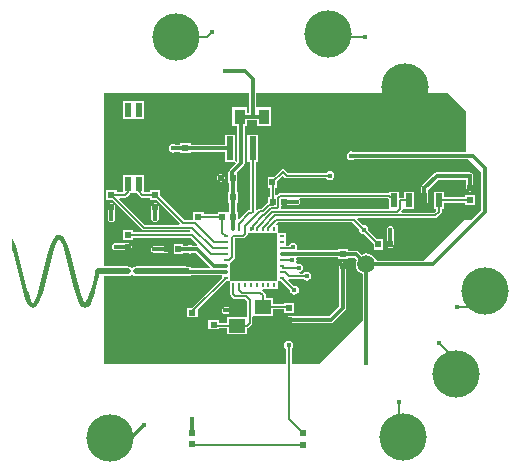
<source format=gtl>
%FSLAX44Y44*%
%MOMM*%
G71*
G01*
G75*
G04 Layer_Physical_Order=1*
G04 Layer_Color=255*
%ADD10R,0.6000X0.5000*%
%ADD11R,0.5000X0.6000*%
%ADD12R,0.5000X0.5000*%
%ADD13R,1.4000X1.2000*%
%ADD14R,0.2500X0.5000*%
%ADD15C,1.5000*%
%ADD16R,0.2500X0.4000*%
%ADD17R,0.4000X0.2500*%
%ADD18R,3.2000X3.2000*%
%ADD19R,0.5590X1.1940*%
%ADD20R,0.9000X1.3000*%
%ADD21R,0.6000X1.2000*%
%ADD22R,0.6000X2.0000*%
%ADD23C,4.0000*%
%ADD24C,0.2000*%
%ADD25C,0.1500*%
%ADD26C,0.3000*%
%ADD27C,0.5000*%
%ADD28C,0.4500*%
G36*
X-129562Y-12660D02*
X-129827Y-12262D01*
X-129816Y-12215D01*
X-129562Y-12660D01*
D02*
G37*
G36*
X-161286Y17473D02*
X-161326Y17511D01*
X-161782Y18101D01*
X-161286Y17473D01*
D02*
G37*
G36*
X-166881Y18615D02*
X-167594Y18258D01*
X-166866Y18627D01*
X-166881Y18615D01*
D02*
G37*
G36*
X20070Y14750D02*
Y9750D01*
Y4750D01*
Y-250D01*
Y-5250D01*
Y-10250D01*
Y-15250D01*
Y-20070D01*
X-20070D01*
Y-15250D01*
Y-10250D01*
Y-5250D01*
Y-4659D01*
X-19872Y-4619D01*
X-19128Y-4122D01*
X-16628Y-1622D01*
X-16131Y-878D01*
X-15956Y-0D01*
Y15956D01*
X-8750D01*
X-7872Y16131D01*
X-7128Y16628D01*
X-5878Y17878D01*
X-5381Y18622D01*
X-5206Y19500D01*
Y20070D01*
X20070D01*
Y14750D01*
D02*
G37*
G36*
X-187052Y-42729D02*
X-186997Y-42721D01*
X-186685D01*
X-187052Y-42729D01*
D02*
G37*
G36*
X-162137Y18265D02*
X-161326Y17511D01*
X-160575Y16536D01*
X-159599Y14861D01*
X-158105Y11469D01*
X-155897Y4694D01*
X-153206Y-5560D01*
X-149928Y-18979D01*
X-148175Y-25636D01*
X-146166Y-32171D01*
X-144943Y-35256D01*
X-143511Y-37914D01*
X-143115Y-38416D01*
X-142736Y-38726D01*
X-142528Y-38518D01*
X-142345Y-38335D01*
X-141955Y-37842D01*
X-141568Y-37249D01*
X-140827Y-35893D01*
X-140188Y-34385D01*
X-139043Y-31256D01*
X-138000Y-28000D01*
X-136307Y-22052D01*
X-133702Y-11265D01*
X-132738Y-11500D01*
X-132626Y-11239D01*
X-132288Y-10874D01*
X-132030Y-10766D01*
X-131747Y-10718D01*
X-131510Y-10760D01*
X-131254Y-10853D01*
X-131054Y-11030D01*
X-130867Y-11240D01*
X-130779Y-11476D01*
X-130732Y-11734D01*
X-130773Y-11981D01*
X-130028Y-11961D01*
X-129827Y-12262D01*
X-133214Y-25742D01*
X-135251Y-32542D01*
X-136496Y-35916D01*
X-138123Y-39294D01*
X-139354Y-41005D01*
X-140382Y-41927D01*
X-141279Y-42441D01*
X-142606Y-42746D01*
X-143929Y-42551D01*
X-145031Y-42007D01*
X-146023Y-41168D01*
X-146727Y-40291D01*
X-147695Y-38758D01*
X-148612Y-36904D01*
X-149933Y-33526D01*
X-152015Y-26744D01*
X-153797Y-19957D01*
X-157100Y-6417D01*
X-159742Y3594D01*
X-161828Y10030D01*
X-163154Y13014D01*
X-163901Y14301D01*
X-164623Y15126D01*
X-164741Y15244D01*
X-165452Y14533D01*
X-166557Y12606D01*
X-167832Y9571D01*
X-169917Y3111D01*
X-173348Y-10280D01*
X-176700Y-23814D01*
X-178603Y-30590D01*
X-179742Y-33959D01*
X-181530Y-38225D01*
X-183181Y-40804D01*
X-184028Y-41659D01*
X-185340Y-42472D01*
X-186997Y-42721D01*
X-187024D01*
X-188675Y-42238D01*
X-189774Y-41408D01*
X-190591Y-40460D01*
X-191639Y-38848D01*
X-193220Y-35417D01*
X-195475Y-28674D01*
X-197307Y-21888D01*
X-200635Y-8349D01*
X-202312Y-1642D01*
X-204142Y4993D01*
X-204289Y5409D01*
Y16000D01*
X-203464Y14605D01*
X-202680Y12911D01*
X-201387Y9540D01*
X-200322Y6140D01*
X-198443Y-639D01*
X-196745Y-7389D01*
X-193439Y-20883D01*
X-191635Y-27541D01*
X-190642Y-30797D01*
X-189496Y-33955D01*
X-188169Y-36864D01*
X-187373Y-38072D01*
X-187002Y-38522D01*
X-186723Y-38721D01*
X-186597Y-38594D01*
X-186230Y-38228D01*
X-185100Y-36378D01*
X-183494Y-32606D01*
X-182425Y-29398D01*
X-180569Y-22814D01*
X-177242Y-9351D01*
X-173764Y4205D01*
X-171633Y10899D01*
X-170151Y14378D01*
X-168653Y16916D01*
X-167902Y17794D01*
X-166881Y18615D01*
X-166846Y18632D01*
X-166440Y18824D01*
X-163000D01*
X-162137Y18265D01*
D02*
G37*
G36*
X71000Y-1500D02*
X80000D01*
Y-559D01*
X85733D01*
X87345Y-2171D01*
X86732Y-3650D01*
X86422Y-6000D01*
X86732Y-8349D01*
X87639Y-10539D01*
X89081Y-12419D01*
X90961Y-13862D01*
X92441Y-14475D01*
Y-53809D01*
X55500Y-90750D01*
X32049D01*
Y-77557D01*
X32204Y-77454D01*
X33032Y-76213D01*
X33323Y-74750D01*
X33032Y-73287D01*
X32204Y-72046D01*
X30963Y-71218D01*
X29500Y-70927D01*
X28037Y-71218D01*
X26796Y-72046D01*
X25968Y-73287D01*
X25677Y-74750D01*
X25968Y-76213D01*
X26796Y-77454D01*
X26951Y-77557D01*
Y-90750D01*
X-126750D01*
Y-16078D01*
X-106750D01*
X-106356Y-16000D01*
X-104000D01*
Y-15423D01*
X-103097Y-15006D01*
X-102549Y-15093D01*
X-102000Y-15657D01*
Y-16000D01*
X-99644D01*
X-99250Y-16078D01*
X-57500D01*
X-57106Y-16000D01*
X-53000D01*
Y-15559D01*
X-27070D01*
Y-17756D01*
X-52314Y-43000D01*
X-56500D01*
Y-51000D01*
X-47500D01*
Y-44674D01*
X-23076Y-20250D01*
X-20250D01*
Y-27070D01*
X-19794D01*
Y-31000D01*
X-19619Y-31878D01*
X-19122Y-32622D01*
X-17122Y-34622D01*
X-16378Y-35119D01*
X-15500Y-35294D01*
X-15500Y-35294D01*
X-7768D01*
X-5794Y-37268D01*
Y-50500D01*
X-22500D01*
Y-55706D01*
X-29500D01*
Y-53250D01*
X-38500D01*
Y-61250D01*
X-29500D01*
Y-60294D01*
X-22500D01*
Y-65500D01*
X-5500D01*
Y-60294D01*
X-4622Y-60119D01*
X-3878Y-59622D01*
X-1878Y-57622D01*
X-1878Y-57622D01*
X-1381Y-56878D01*
X-1352Y-56732D01*
X-1206Y-56000D01*
X-1206Y-56000D01*
Y-50478D01*
X-500Y-49500D01*
X16500D01*
Y-44294D01*
X25500D01*
Y-47000D01*
X34500D01*
Y-39000D01*
X25500D01*
Y-39706D01*
X16500D01*
Y-34500D01*
X10294D01*
Y-32250D01*
X10294Y-32250D01*
X10148Y-31518D01*
X10119Y-31372D01*
X9622Y-30628D01*
X7372Y-28378D01*
X7315Y-28340D01*
X7701Y-27070D01*
X20250D01*
Y-20250D01*
X22715D01*
X30729Y-28264D01*
X30968Y-29463D01*
X31796Y-30704D01*
X33037Y-31532D01*
X34500Y-31823D01*
X35963Y-31532D01*
X37204Y-30704D01*
X38032Y-29463D01*
X38323Y-28000D01*
X38032Y-26537D01*
X37204Y-25296D01*
X35963Y-24468D01*
X34500Y-24177D01*
X33959Y-24284D01*
X29376Y-19701D01*
X30001Y-18530D01*
X30070Y-18544D01*
X41773D01*
X42046Y-18954D01*
X43287Y-19782D01*
X44750Y-20073D01*
X46213Y-19782D01*
X47454Y-18954D01*
X48282Y-17713D01*
X48573Y-16250D01*
X48282Y-14787D01*
X47454Y-13546D01*
X46213Y-12718D01*
X44750Y-12427D01*
X43287Y-12718D01*
X42046Y-13546D01*
X41773Y-13956D01*
X38816D01*
X38691Y-12686D01*
X39463Y-12532D01*
X40704Y-11703D01*
X41532Y-10463D01*
X41823Y-9000D01*
X41532Y-7537D01*
X40704Y-6296D01*
X39463Y-5468D01*
X38000Y-5177D01*
X36557Y-5464D01*
X36487Y-5415D01*
X35653Y-4530D01*
X36032Y-3963D01*
X36323Y-2500D01*
X36140Y-1579D01*
X36957Y-309D01*
X71000D01*
Y-1500D01*
D02*
G37*
G36*
X-95872Y51128D02*
X-95128Y50631D01*
X-94250Y50456D01*
X-88000D01*
Y48750D01*
X-82744D01*
X-62462Y28467D01*
X-62948Y27294D01*
X-91800D01*
X-113788Y49283D01*
X-113302Y50456D01*
X-109000D01*
X-108122Y50631D01*
X-107378Y51128D01*
X-104878Y53628D01*
X-104878Y53628D01*
X-104462Y54250D01*
X-103270D01*
X-102000Y54250D01*
X-102000Y54250D01*
X-102000D01*
Y54250D01*
X-102000Y54250D01*
X-98994D01*
X-95872Y51128D01*
D02*
G37*
G36*
X-4059Y122059D02*
X-6000D01*
Y127000D01*
X-18000D01*
Y111000D01*
X-13809D01*
Y80873D01*
X-14118Y80673D01*
X-14242Y80592D01*
X-15491Y81285D01*
X-15500Y81504D01*
X-15500Y81720D01*
Y81764D01*
Y81764D01*
Y103500D01*
X-24500D01*
Y95059D01*
X-53250D01*
Y96250D01*
X-62250D01*
Y95309D01*
X-66078D01*
X-66787Y95782D01*
X-68250Y96073D01*
X-69713Y95782D01*
X-70954Y94954D01*
X-71782Y93713D01*
X-72073Y92250D01*
X-71782Y90787D01*
X-70954Y89546D01*
X-69713Y88718D01*
X-68250Y88427D01*
X-66787Y88718D01*
X-66078Y89191D01*
X-62250D01*
Y88250D01*
X-53250D01*
Y88941D01*
X-24500D01*
Y80500D01*
X-16764D01*
X-16764D01*
X-16719D01*
X-16504Y80500D01*
X-16046Y80481D01*
X-15464Y80308D01*
X-15451Y80292D01*
X-15076Y79838D01*
X-14810Y79516D01*
X-20163Y74163D01*
X-20826Y73170D01*
X-20924Y72678D01*
X-20965Y72632D01*
X-21750Y71750D01*
X-21750Y71750D01*
X-21750D01*
X-21750Y71750D01*
Y62750D01*
X-20559D01*
Y55000D01*
X-21500D01*
Y46000D01*
X-20559D01*
Y39044D01*
X-21500Y38250D01*
X-22500D01*
Y38250D01*
X-30500D01*
Y36544D01*
X-42250D01*
Y38250D01*
X-51250D01*
Y31044D01*
X-58550D01*
X-79000Y51494D01*
Y56750D01*
X-88000D01*
Y55044D01*
X-93000D01*
Y69250D01*
X-102000D01*
Y69250D01*
Y69250D01*
X-102000D01*
Y69250D01*
X-102000Y69250D01*
X-111000D01*
Y55044D01*
X-116000D01*
Y56750D01*
X-125000D01*
Y48750D01*
X-119744D01*
X-94372Y23378D01*
X-94372Y23378D01*
X-93628Y22881D01*
X-93482Y22852D01*
X-92750Y22706D01*
X-92750Y22706D01*
X-54028D01*
X-53762Y22314D01*
X-54433Y21044D01*
X-102000D01*
Y22750D01*
X-111000D01*
Y14750D01*
X-102000D01*
Y16456D01*
X-53200D01*
X-47791Y11047D01*
X-47853Y10682D01*
X-48349Y9809D01*
X-51828D01*
X-52537Y10282D01*
X-54000Y10573D01*
X-55463Y10282D01*
X-56172Y9809D01*
X-59750D01*
Y11250D01*
X-67750D01*
Y2250D01*
X-59750D01*
Y3691D01*
X-56172D01*
X-55463Y3218D01*
X-54000Y2927D01*
X-52537Y3218D01*
X-51828Y3691D01*
X-49267D01*
X-37308Y-8268D01*
X-37794Y-9441D01*
X-53000D01*
Y-8000D01*
X-57106D01*
X-57500Y-7922D01*
X-99250D01*
X-99644Y-8000D01*
X-102000D01*
Y-8577D01*
X-102902Y-8994D01*
X-103451Y-8907D01*
X-104000Y-8343D01*
Y-8000D01*
X-106356D01*
X-106750Y-7922D01*
X-125918D01*
X-126772Y-6982D01*
X-126750Y-6750D01*
Y139250D01*
X-4059D01*
Y122059D01*
D02*
G37*
G36*
X180000Y124000D02*
Y93500D01*
Y88809D01*
X84672D01*
X83963Y89282D01*
X82500Y89573D01*
X81037Y89282D01*
X79796Y88454D01*
X78968Y87213D01*
X78677Y85750D01*
X78968Y84287D01*
X79796Y83046D01*
X81037Y82218D01*
X82500Y81927D01*
X83963Y82218D01*
X84672Y82691D01*
X181809D01*
X192691Y71809D01*
Y39517D01*
X184674Y31500D01*
X177750D01*
X143309Y-2941D01*
X103975D01*
X103362Y-1461D01*
X101919Y419D01*
X100039Y1861D01*
X97850Y2768D01*
X95500Y3078D01*
X93151Y2768D01*
X91671Y2155D01*
X89163Y4663D01*
X88170Y5326D01*
X87000Y5559D01*
X87000Y5559D01*
X80000D01*
Y6500D01*
X71000D01*
Y5809D01*
X37453D01*
X36761Y6852D01*
X36791Y7079D01*
X37073Y8500D01*
X36782Y9963D01*
X35954Y11204D01*
X34713Y12032D01*
X33250Y12323D01*
X31787Y12032D01*
X30546Y11204D01*
X29718Y9963D01*
X29684Y9794D01*
X27070D01*
Y14750D01*
Y20250D01*
X20250D01*
Y27070D01*
X19472D01*
X18986Y28243D01*
X20198Y29456D01*
X83550D01*
X89273Y23733D01*
X89177Y23250D01*
X89468Y21787D01*
X90296Y20546D01*
X91537Y19718D01*
X93000Y19427D01*
X93483Y19523D01*
X101500Y11506D01*
Y6250D01*
X109500D01*
Y15250D01*
X104244D01*
X96727Y22767D01*
X96823Y23250D01*
X96532Y24713D01*
X95704Y25954D01*
X94463Y26782D01*
X93000Y27073D01*
X92517Y26977D01*
X87712Y31783D01*
X88198Y32956D01*
X153750D01*
X154628Y33131D01*
X155372Y33628D01*
X158672Y36928D01*
X158672Y36928D01*
X159169Y37672D01*
X159344Y38550D01*
Y40510D01*
X161345D01*
Y46206D01*
X178500D01*
Y44500D01*
X187500D01*
Y52500D01*
X178500D01*
Y50794D01*
X161345D01*
Y55450D01*
X152755D01*
Y40510D01*
X154128D01*
X154496Y39240D01*
X152800Y37544D01*
X125365D01*
X124879Y38717D01*
X125617Y39456D01*
X126115Y40200D01*
X126143Y40346D01*
X126146Y40361D01*
X127355Y40510D01*
X127355Y40510D01*
X127355Y40510D01*
X135945D01*
Y55450D01*
X127355D01*
Y50274D01*
X123995D01*
X123245Y50890D01*
Y55450D01*
X114655D01*
Y54294D01*
X22568D01*
X22568Y54294D01*
X21836Y54148D01*
X21690Y54119D01*
X20946Y53622D01*
X19564Y52240D01*
X18294Y52766D01*
Y58750D01*
X19750D01*
Y64006D01*
X24750Y69006D01*
X26378Y67378D01*
X27122Y66881D01*
X28000Y66706D01*
X61523D01*
X61796Y66296D01*
X63037Y65468D01*
X64500Y65177D01*
X65963Y65468D01*
X67204Y66296D01*
X68032Y67537D01*
X68323Y69000D01*
X68032Y70463D01*
X67204Y71704D01*
X65963Y72532D01*
X64500Y72823D01*
X63037Y72532D01*
X61796Y71704D01*
X61523Y71294D01*
X28950D01*
X26372Y73872D01*
X25628Y74369D01*
X24750Y74544D01*
X23872Y74369D01*
X23128Y73872D01*
X17006Y67750D01*
X11750D01*
Y58750D01*
X13706D01*
Y51250D01*
X12000D01*
Y46112D01*
X11641Y45872D01*
X6813Y41044D01*
X4930D01*
X4052Y40869D01*
X3308Y40372D01*
X2722Y39787D01*
X1549Y40273D01*
Y80500D01*
X3500D01*
Y103500D01*
X-5500D01*
Y80500D01*
X-3549D01*
Y39799D01*
X-3589D01*
X-4564Y39605D01*
X-5391Y39052D01*
X-12327Y32117D01*
X-13500Y32603D01*
Y38250D01*
X-14441D01*
Y46000D01*
X-13500D01*
Y55000D01*
X-14441D01*
Y62750D01*
X-13750D01*
Y71750D01*
X-13750Y71750D01*
X-13750D01*
X-13005Y72669D01*
X-8587Y77087D01*
X-8587Y77087D01*
X-7924Y78080D01*
X-7691Y79250D01*
Y111000D01*
X-6000D01*
Y115941D01*
X3000D01*
Y111000D01*
X15000D01*
Y127000D01*
X3000D01*
X2059Y127794D01*
Y139250D01*
X164750D01*
X180000Y124000D01*
D02*
G37*
G36*
X114655Y49031D02*
Y40544D01*
X23889D01*
X23006Y41814D01*
X23044Y42007D01*
Y43662D01*
X24314Y44268D01*
X24829Y43924D01*
X26000Y43691D01*
X36250D01*
X37420Y43924D01*
X38413Y44587D01*
X39076Y45580D01*
X39309Y46750D01*
X39076Y47921D01*
X38732Y48436D01*
X39338Y49706D01*
X113980D01*
X114655Y49031D01*
D02*
G37*
%LPC*%
G36*
X75500Y-4441D02*
X74330Y-4674D01*
X73337Y-5337D01*
X72674Y-6330D01*
X72441Y-7500D01*
Y-41483D01*
X63983Y-49941D01*
X30000D01*
X28830Y-50174D01*
X27837Y-50837D01*
X27174Y-51830D01*
X26941Y-53000D01*
X27174Y-54170D01*
X27837Y-55163D01*
X28830Y-55826D01*
X30000Y-56059D01*
X65250D01*
X65250Y-56059D01*
X66420Y-55826D01*
X67413Y-55163D01*
X77663Y-44913D01*
X78326Y-43920D01*
X78559Y-42750D01*
X78559Y-42750D01*
Y-7500D01*
X78326Y-6330D01*
X77663Y-5337D01*
X76670Y-4674D01*
X75500Y-4441D01*
D02*
G37*
G36*
X-27750Y70309D02*
X-28921Y70076D01*
X-29913Y69413D01*
X-30163Y69163D01*
X-30826Y68170D01*
X-31059Y67000D01*
X-30826Y65830D01*
X-30163Y64837D01*
X-29171Y64174D01*
X-28000Y63941D01*
X-26830Y64174D01*
X-25837Y64837D01*
X-25587Y65087D01*
X-24924Y66080D01*
X-24691Y67250D01*
X-24924Y68421D01*
X-25587Y69413D01*
X-26579Y70076D01*
X-27750Y70309D01*
D02*
G37*
G36*
X-102000Y132250D02*
X-102000D01*
D01*
X-103270Y132250D01*
X-111000D01*
Y117250D01*
X-103270D01*
X-102000Y117250D01*
X-102000D01*
X-100730Y117250D01*
X-93000D01*
Y132250D01*
X-100730D01*
X-102000Y132250D01*
D02*
G37*
G36*
X-14000Y-38941D02*
X-15171Y-39174D01*
X-16163Y-39837D01*
X-18267Y-41941D01*
X-24000D01*
X-25171Y-42174D01*
X-26163Y-42837D01*
X-26826Y-43829D01*
X-27059Y-45000D01*
X-26826Y-46171D01*
X-26163Y-47163D01*
X-25171Y-47826D01*
X-24000Y-48059D01*
X-17000D01*
X-17000Y-48059D01*
X-15829Y-47826D01*
X-14837Y-47163D01*
X-11837Y-44163D01*
X-11174Y-43170D01*
X-10941Y-42000D01*
X-11174Y-40830D01*
X-11837Y-39837D01*
X-12830Y-39174D01*
X-14000Y-38941D01*
D02*
G37*
G36*
X115500Y26309D02*
X114330Y26076D01*
X113337Y25413D01*
X112674Y24420D01*
X112441Y23250D01*
Y10750D01*
X112674Y9579D01*
X113337Y8587D01*
X114330Y7924D01*
X115500Y7691D01*
X116671Y7924D01*
X117663Y8587D01*
X118326Y9579D01*
X118559Y10750D01*
Y23250D01*
X118326Y24420D01*
X117663Y25413D01*
X116671Y26076D01*
X115500Y26309D01*
D02*
G37*
G36*
X-120500Y45809D02*
X-121671Y45576D01*
X-122663Y44913D01*
X-123326Y43920D01*
X-123559Y42750D01*
Y32500D01*
X-123326Y31330D01*
X-122663Y30337D01*
X-121671Y29674D01*
X-120500Y29441D01*
X-119330Y29674D01*
X-118337Y30337D01*
X-117674Y31330D01*
X-117441Y32500D01*
Y42750D01*
X-117674Y43920D01*
X-118337Y44913D01*
X-119330Y45576D01*
X-120500Y45809D01*
D02*
G37*
G36*
X-83500D02*
X-84670Y45576D01*
X-85663Y44913D01*
X-86326Y43920D01*
X-86559Y42750D01*
Y32500D01*
X-86326Y31330D01*
X-85663Y30337D01*
X-84670Y29674D01*
X-83500Y29441D01*
X-82330Y29674D01*
X-81337Y30337D01*
X-80674Y31330D01*
X-80441Y32500D01*
Y42750D01*
X-80674Y43920D01*
X-81337Y44913D01*
X-82330Y45576D01*
X-83500Y45809D01*
D02*
G37*
G36*
X183000Y71809D02*
X154870D01*
X153700Y71576D01*
X152707Y70913D01*
X142187Y60393D01*
X141524Y59401D01*
X141291Y58230D01*
X141291Y58230D01*
Y47980D01*
X141524Y46810D01*
X142187Y45817D01*
X143180Y45154D01*
X144350Y44921D01*
X145520Y45154D01*
X146513Y45817D01*
X147176Y46810D01*
X147409Y47980D01*
Y56963D01*
X156137Y65691D01*
X179941D01*
Y58500D01*
X180174Y57330D01*
X180837Y56337D01*
X181829Y55674D01*
X183000Y55441D01*
X184170Y55674D01*
X185163Y56337D01*
X185826Y57330D01*
X186059Y58500D01*
Y68750D01*
X185826Y69921D01*
X185163Y70913D01*
X184170Y71576D01*
X183000Y71809D01*
D02*
G37*
G36*
X-73750Y9809D02*
X-84000D01*
X-85170Y9576D01*
X-86163Y8913D01*
X-86826Y7921D01*
X-87059Y6750D01*
X-86826Y5580D01*
X-86163Y4587D01*
X-85170Y3924D01*
X-84000Y3691D01*
X-73750D01*
X-72579Y3924D01*
X-71587Y4587D01*
X-70924Y5580D01*
X-70691Y6750D01*
X-70924Y7921D01*
X-71587Y8913D01*
X-72579Y9576D01*
X-73750Y9809D01*
D02*
G37*
G36*
X-106500Y11809D02*
X-116750D01*
X-117921Y11576D01*
X-118913Y10913D01*
X-119576Y9920D01*
X-119809Y8750D01*
X-119576Y7580D01*
X-118913Y6587D01*
X-117921Y5924D01*
X-116750Y5691D01*
X-106500D01*
X-105330Y5924D01*
X-104337Y6587D01*
X-103674Y7580D01*
X-103441Y8750D01*
X-103674Y9920D01*
X-104337Y10913D01*
X-105330Y11576D01*
X-106500Y11809D01*
D02*
G37*
%LPD*%
D10*
X41750Y-149000D02*
D03*
Y-159000D02*
D03*
X-52000Y-158250D02*
D03*
Y-149250D02*
D03*
X-120500Y52750D02*
D03*
Y42750D02*
D03*
X-83500Y52750D02*
D03*
Y42750D02*
D03*
X-46750Y34250D02*
D03*
Y44250D02*
D03*
X-57500Y-12000D02*
D03*
Y-22000D02*
D03*
X-82000Y-12000D02*
D03*
Y-22000D02*
D03*
X-121000Y-12000D02*
D03*
Y-22000D02*
D03*
X-106500Y18750D02*
D03*
Y8750D02*
D03*
X-52000Y-47000D02*
D03*
Y-57000D02*
D03*
X-34000Y-57250D02*
D03*
Y-47250D02*
D03*
X30000Y-43000D02*
D03*
Y-53000D02*
D03*
X75500Y-7500D02*
D03*
Y2500D02*
D03*
X183000Y48500D02*
D03*
Y58500D02*
D03*
X-57750Y92250D02*
D03*
Y82250D02*
D03*
D11*
X-17750Y67250D02*
D03*
X-27750D02*
D03*
X-17500Y50500D02*
D03*
X-27500D02*
D03*
X-63750Y6750D02*
D03*
X-73750D02*
D03*
X105500Y10750D02*
D03*
X115500D02*
D03*
X16000Y46750D02*
D03*
X26000D02*
D03*
X15750Y63250D02*
D03*
X25750D02*
D03*
D12*
X-26500Y34250D02*
D03*
X-17500D02*
D03*
D13*
X-14000Y-42000D02*
D03*
X8000D02*
D03*
Y-58000D02*
D03*
X-14000D02*
D03*
D14*
X-106750Y-12000D02*
D03*
X-99250D02*
D03*
D15*
X95500Y-6000D02*
D03*
D16*
X-17500Y23570D02*
D03*
X-12500D02*
D03*
X-7500D02*
D03*
X-2500D02*
D03*
X2500D02*
D03*
X7500D02*
D03*
X12500D02*
D03*
X17500D02*
D03*
Y-23570D02*
D03*
X12500D02*
D03*
X7500D02*
D03*
X2500D02*
D03*
X-2500D02*
D03*
X-7500D02*
D03*
X-12500D02*
D03*
X-17500D02*
D03*
D17*
X23570Y17500D02*
D03*
Y12500D02*
D03*
Y7500D02*
D03*
Y2500D02*
D03*
Y-2500D02*
D03*
Y-7500D02*
D03*
Y-12500D02*
D03*
Y-17500D02*
D03*
X-23570D02*
D03*
Y-12500D02*
D03*
Y-7500D02*
D03*
Y-2500D02*
D03*
Y2500D02*
D03*
Y7500D02*
D03*
Y12500D02*
D03*
Y17500D02*
D03*
D18*
X0Y0D02*
D03*
D19*
X157050Y98520D02*
D03*
X144350D02*
D03*
X131650D02*
D03*
X118950D02*
D03*
X157050Y47980D02*
D03*
X144350D02*
D03*
X131650D02*
D03*
X118950D02*
D03*
D20*
X-31000Y119000D02*
D03*
X-12000D02*
D03*
X28000D02*
D03*
X9000D02*
D03*
D21*
X-97500Y61750D02*
D03*
Y124750D02*
D03*
X-106500D02*
D03*
Y61750D02*
D03*
D22*
X-1000Y92000D02*
D03*
X-20000D02*
D03*
D23*
X-66000Y186000D02*
D03*
X196000Y-29000D02*
D03*
X63000Y188500D02*
D03*
X171000Y-99000D02*
D03*
X126000Y-152000D02*
D03*
X-121500Y-153250D02*
D03*
X128500Y144000D02*
D03*
D24*
X23570Y-17500D02*
X34070Y-28000D01*
X34500D01*
X-52000Y-158250D02*
X-51250Y-159000D01*
X41750D01*
X29500Y-136750D02*
X41750Y-149000D01*
X29500Y-136750D02*
Y-74750D01*
X-1000Y38320D02*
Y92000D01*
X-3589Y37250D02*
X-2070D01*
X-1000Y38320D01*
X-12500Y28339D02*
X-3589Y37250D01*
X-12500Y23570D02*
Y28339D01*
D25*
X8000Y-42000D02*
X29000D01*
X-26500Y20430D02*
X-23570Y17500D01*
X-26500Y20430D02*
Y34250D01*
X-46750D02*
X-26500D01*
X-46750Y34250D02*
X-46750Y34250D01*
X-23570Y-2500D02*
X-20750D01*
X-18250Y-0D01*
X-7500Y19500D02*
Y23570D01*
X-18250Y-0D02*
Y16932D01*
X-8750Y18250D02*
X-7500Y19500D01*
X-18250Y16932D02*
X-16932Y18250D01*
X-8750D01*
X-34757Y7500D02*
X-23570D01*
X-33682Y12500D02*
X-23570D01*
X-7500Y23570D02*
X-7180D01*
X16000Y46750D02*
Y63000D01*
X15750Y63250D02*
X16000Y63000D01*
X-7180Y23570D02*
Y26640D01*
X-106500Y18750D02*
X-52250D01*
X-36000Y2500D01*
X-23570D01*
X-120500Y52750D02*
X-92750Y25000D01*
X-52257D01*
X-34757Y7500D01*
X-49932Y28750D02*
X-33682Y12500D01*
X-83500Y52750D02*
X-59500Y28750D01*
X-49932D01*
X-120500Y52750D02*
X-109000D01*
X-106500Y55250D01*
Y61750D01*
X-97500Y56000D02*
Y61750D01*
Y56000D02*
X-94250Y52750D01*
X-83500D01*
X-52000Y-45930D02*
X-23570Y-17500D01*
X-52000Y-47000D02*
Y-45930D01*
X-33250Y-58000D02*
X-14000D01*
X-34000Y-57250D02*
X-33250Y-58000D01*
X29000Y-42000D02*
X30000Y-43000D01*
X-14000Y-58000D02*
X-5500D01*
X-3500Y-56000D01*
Y-36318D01*
X-17500Y-31000D02*
Y-23570D01*
Y-31000D02*
X-15500Y-33000D01*
X-6818D01*
X-3500Y-36318D01*
X-12500Y-27500D02*
Y-23570D01*
Y-27500D02*
X-10000Y-30000D01*
X5750D01*
X8000Y-32250D01*
Y-42000D02*
Y-32250D01*
X-2500Y23570D02*
X-1000D01*
Y26502D01*
X20750Y50182D02*
X22568Y52000D01*
X20750Y42007D02*
Y50182D01*
X123995Y47980D02*
X131650D01*
X123995Y41078D02*
Y47980D01*
X2500Y23570D02*
Y25002D01*
X-7180Y26640D02*
X4930Y38750D01*
X-1000Y26502D02*
X8248Y35750D01*
X2500Y25002D02*
X15748Y38250D01*
X121167D01*
X123995Y41078D01*
X8248Y35750D02*
X9005D01*
X14505Y41250D01*
X19993D01*
X20750Y42007D01*
X7763Y38750D02*
X13263Y44250D01*
X16000D01*
Y46750D01*
X4930Y38750D02*
X7763D01*
X7500Y23570D02*
Y25002D01*
X17748Y35250D01*
X19248Y31750D02*
X84500D01*
X157570Y48500D02*
X183000D01*
X157050Y47980D02*
X157570Y48500D01*
X17748Y35250D02*
X153750D01*
X157050Y38550D01*
Y47980D01*
X12500Y23570D02*
Y25002D01*
X19248Y31750D01*
X-66000Y186000D02*
X-39250D01*
X-35000Y190250D01*
X84500Y31750D02*
X93000Y23250D01*
X105500Y10750D01*
X23570Y7500D02*
X32250D01*
X61000Y184000D02*
X70500Y193500D01*
X123250Y-149250D02*
X126000Y-152000D01*
X30070Y-16250D02*
X44750D01*
X172250Y-42000D02*
X183000D01*
X196000Y-29000D01*
X171000Y-99000D02*
Y-87000D01*
X23570Y-2500D02*
X32500D01*
X23570Y-7500D02*
X25070Y-9000D01*
X38000D01*
X32250Y7500D02*
X33250Y8500D01*
X23570Y-12500D02*
X26320D01*
X30070Y-16250D01*
X15750Y63250D02*
X24750Y72250D01*
X22568Y52000D02*
X114930D01*
X118950Y47980D01*
X123250Y-149250D02*
Y-122500D01*
X157000Y-73000D02*
X171000Y-87000D01*
X157000Y-73000D02*
Y-72500D01*
X70500Y193500D02*
X77375Y186625D01*
X94125D01*
X24750Y72250D02*
X28000Y69000D01*
X64500D01*
D26*
X95250Y-89750D02*
X95500Y-89500D01*
X-52250Y-149000D02*
X-52000Y-149250D01*
X-52250Y-149000D02*
Y-137000D01*
X-103500Y-153250D02*
X-92750Y-142500D01*
X-121500Y-153250D02*
X-103500D01*
X-18000Y65250D02*
X-17500Y64750D01*
X-18000Y65250D02*
Y72000D01*
X-10750Y79250D01*
Y117750D01*
X-12000Y119000D02*
X-10750Y117750D01*
X-17500Y23570D02*
Y64750D01*
X-48000Y6750D02*
X-33750Y-7500D01*
X-23570D01*
X-56750Y92000D02*
X-20000D01*
X-68250Y92250D02*
X-57750D01*
X-57500Y92750D02*
X-56750Y92000D01*
X-63750Y6750D02*
X-54000D01*
X-48000D01*
X23570Y2500D02*
X23820Y2750D01*
X75250D02*
X75500Y2500D01*
X23820Y2750D02*
X75250D01*
X75500Y2500D02*
X87000D01*
X95500Y-6000D01*
X-28000Y67000D02*
X-27750Y67250D01*
X-83500Y32500D02*
Y42750D01*
X-120500Y32500D02*
Y42750D01*
X-116750Y8750D02*
X-106500D01*
X-84000Y6750D02*
X-73750D01*
X144350Y47980D02*
Y58230D01*
X183000Y58500D02*
Y68750D01*
X30000Y-53000D02*
X40250D01*
X75500Y-42750D02*
Y-7500D01*
X65250Y-53000D02*
X75500Y-42750D01*
X40250Y-53000D02*
X65250D01*
X154870Y68750D02*
X183000D01*
X144350Y58230D02*
X154870Y68750D01*
X-24250Y157250D02*
X-7750D01*
X-1000Y150500D01*
Y119000D02*
Y150500D01*
X-12000Y119000D02*
X-1000D01*
X9000D01*
X95500Y-89500D02*
Y-6000D01*
X151500D01*
X195750Y38250D01*
Y75500D01*
X185500Y85750D02*
X195750Y75500D01*
X82500Y85750D02*
X185500D01*
X26000Y46750D02*
X36250D01*
X-57250Y-12500D02*
X-23320D01*
X115500Y10750D02*
Y23250D01*
X-17000Y-45000D02*
X-14000Y-42000D01*
X-24000Y-45000D02*
X-17000D01*
D27*
X-99250Y-12000D02*
X-82000D01*
X-121000D02*
X-106750D01*
X-132000D02*
X-121000D01*
X-82000D02*
X-57500D01*
D28*
X-132000D02*
D03*
X40250Y-53000D02*
D03*
X34500Y-28000D02*
D03*
X95250Y-89750D02*
D03*
X-52250Y-137000D02*
D03*
X29500Y-74750D02*
D03*
X500Y-10500D02*
D03*
X12250D02*
D03*
Y750D02*
D03*
X-11500Y-9750D02*
D03*
X0Y0D02*
D03*
X-92750Y-142500D02*
D03*
X-68250Y92250D02*
D03*
X-54000Y6750D02*
D03*
X93000Y23250D02*
D03*
X-35000Y190250D02*
D03*
X172250Y-42000D02*
D03*
X44750Y-16250D02*
D03*
X38000Y-9000D02*
D03*
X33250Y8500D02*
D03*
X32500Y-2500D02*
D03*
X-11750Y12000D02*
D03*
X0D02*
D03*
X11500D02*
D03*
X-11500Y1500D02*
D03*
X-83500Y32500D02*
D03*
X-120500D02*
D03*
X-116750Y8750D02*
D03*
X-84000Y6750D02*
D03*
X144350Y58230D02*
D03*
X183000Y68750D02*
D03*
X-24250Y157250D02*
D03*
X82500Y85750D02*
D03*
X36250Y46750D02*
D03*
X123250Y-122500D02*
D03*
X157000Y-72500D02*
D03*
X94125Y186625D02*
D03*
X115500Y23250D02*
D03*
X64500Y69000D02*
D03*
X-24000Y-45000D02*
D03*
M02*

</source>
